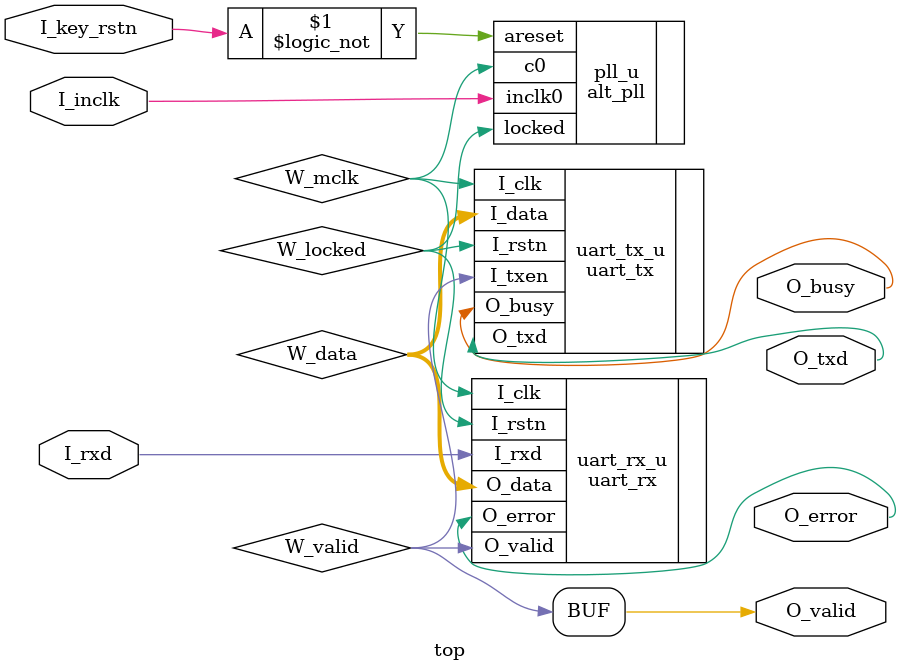
<source format=v>
module top(
	input		I_inclk,
	input		I_key_rstn,
	
	output		O_busy,
	output		O_valid,
	output		O_error,
	
	input		I_rxd,
	output		O_txd
);

	wire W_mclk;
	wire W_locked;
	

	alt_pll pll_u(
		.areset		(!I_key_rstn),
		.inclk0		(I_inclk),
		.c0			(W_mclk),	//50MHz
		.locked		(W_locked)
	);
	
	wire [7:0] W_data;
	
	uart_tx #(
		.FREQUENCY	(50_000_000),
		.BAUDRATE	(9600),
		.DATABITS	(8),
		.PARITY		("N"),	//"N" "O" "E" "M" "S"
		.STOPBITS	(1.0)
	) uart_tx_u(
		.I_clk		(W_mclk),
		.I_rstn		(W_locked),
	
		.I_data		(W_data),
		.I_txen		(W_valid),
		.O_busy		(O_busy),
	
		.O_txd		(O_txd)
	);
	
	uart_rx #(
		.FREQUENCY	(50_000_000),
		.BAUDRATE	(9600),
		.DATABITS	(8),
		.PARITY		("N"),	//"N" "O" "E" "M" "S"
		.STOPBITS	(1.0)
	) uart_rx_u(
		.I_clk		(W_mclk),
		.I_rstn		(W_locked),
	
		.O_data		(W_data),
		.O_valid	(W_valid),
		.O_error	(O_error),
	
		.I_rxd		(I_rxd)
	);
	
	assign O_valid = W_valid;
	
endmodule

</source>
